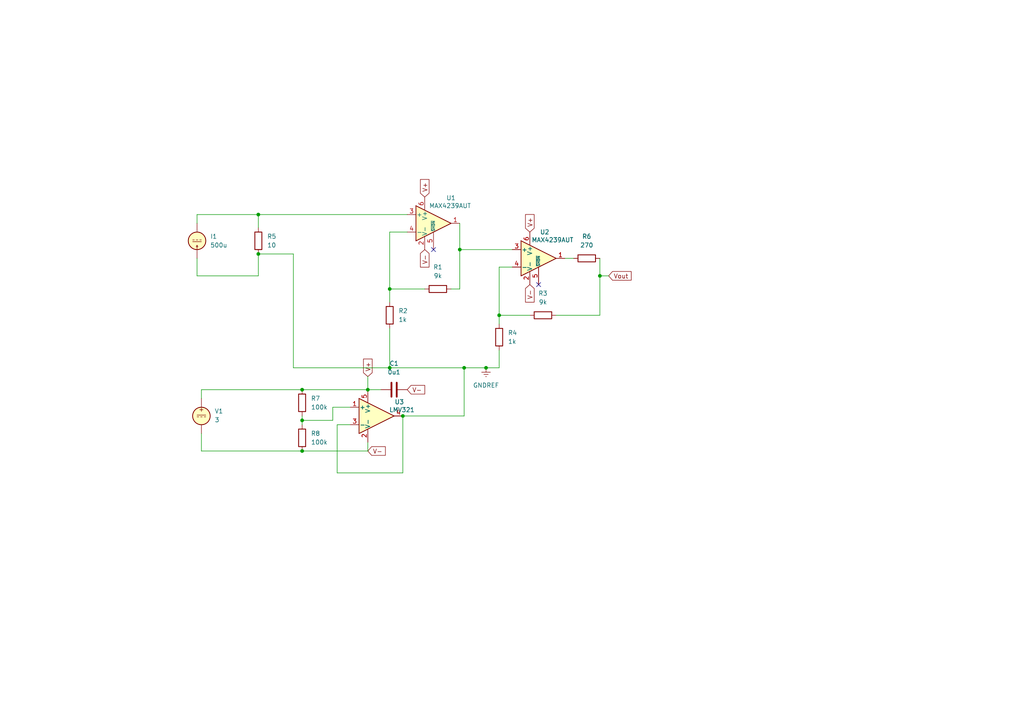
<source format=kicad_sch>
(kicad_sch (version 20231120) (generator "eeschema") (generator_version "8.0")
  (paper "A4")
  (lib_symbols
    (symbol "Amplifier_Operational:LMV321" (pin_names (offset 0.127))
      (property "Reference" "U" (at 0 5.08 0))
      (property "Value" "LMV321" (at 0 -5.08 0))
      (symbol "LMV321_0_1"
        (polyline (pts (xy -5.08 5.08) (xy 5.08 0) (xy -5.08 -5.08) (xy -5.08 5.08)) (stroke (width 0.254)) (fill (type background)))
        (pin power_in line (at -2.54 -7.62 90) (length 3.81) (name "V-") (number "2"))
        (pin power_in line (at -2.54 7.62 270) (length 3.81) (name "V+") (number "5"))
      )
      (symbol "LMV321_1_1"
        (pin input line (at -7.62 2.54 0) (length 2.54) (name "+") (number "1"))
        (pin input line (at -7.62 -2.54 0) (length 2.54) (name "-") (number "3"))
        (pin output line (at 7.62 0 180) (length 2.54) (name "~") (number "4"))
      )
    )
    (symbol "Amplifier_Operational:MAX4239AUT" (pin_names (offset 0.127))
      (property "Reference" "U" (at 0 6.35 0))
      (property "Value" "MAX4239AUT" (at 0 3.81 0))
      (symbol "MAX4239AUT_0_1"
        (polyline (pts (xy -5.08 5.08) (xy 5.08 0) (xy -5.08 -5.08) (xy -5.08 5.08)) (stroke (width 0.254)) (fill (type background)))
      )
      (symbol "MAX4239AUT_1_1"
        (pin output line (at 7.62 0 180) (length 2.54) (name "~") (number "1"))
        (pin power_in line (at -2.54 -7.62 90) (length 3.81) (name "V-") (number "2"))
        (pin input line (at -7.62 2.54 0) (length 2.54) (name "+") (number "3"))
        (pin input line (at -7.62 -2.54 0) (length 2.54) (name "-") (number "4"))
        (pin input line (at 0 -7.62 90) (length 5.08) (name "~{SHDN}") (number "5"))
        (pin power_in line (at -2.54 7.62 270) (length 3.81) (name "V+") (number "6"))
      )
    )
    (symbol "Device:C" (pin_numbers hide) (pin_names (offset 0.254))
      (property "Reference" "C" (at 0.635 2.54 0))
      (property "Value" "C" (at 0.635 -2.54 0))
      (symbol "C_0_1"
        (polyline (pts (xy -2.032 -0.762) (xy 2.032 -0.762)) (stroke (width 0.508)))
        (polyline (pts (xy -2.032 0.762) (xy 2.032 0.762)) (stroke (width 0.508)))
      )
      (symbol "C_1_1"
        (pin passive line (at 0 3.81 270) (length 2.794) (name "~") (number "1"))
        (pin passive line (at 0 -3.81 90) (length 2.794) (name "~") (number "2"))
      )
    )
    (symbol "Device:R" (pin_numbers hide) (pin_names (offset 0))
      (property "Reference" "R" (at 2.032 0 90))
      (property "Value" "R" (at 0 0 90))
      (symbol "R_0_1"
        (rectangle (start -1.016 -2.54) (end 1.016 2.54) (stroke (width 0.254)))
      )
      (symbol "R_1_1"
        (pin passive line (at 0 3.81 270) (length 1.27) (name "~") (number "1"))
        (pin passive line (at 0 -3.81 90) (length 1.27) (name "~") (number "2"))
      )
    )
    (symbol "Simulation_SPICE:IDC" (pin_numbers hide) (pin_names (offset 0.0254))
      (property "Reference" "I" (at 2.54 2.54 0))
      (property "Value" "1" (at 2.54 0 0))
      (symbol "IDC_0_0"
        (polyline (pts (xy -1.27 0.254) (xy 1.27 0.254)))
        (polyline (pts (xy -0.762 -0.254) (xy -1.27 -0.254)))
        (polyline (pts (xy 0.254 -0.254) (xy -0.254 -0.254)))
        (polyline (pts (xy 1.27 -0.254) (xy 0.762 -0.254)))
      )
      (symbol "IDC_0_1"
        (polyline (pts (xy 0 1.27) (xy 0 2.286)))
        (polyline (pts (xy -0.254 1.778) (xy 0 1.27) (xy 0.254 1.778)))
        (circle (center 0 0) (radius 2.54) (stroke (width 0.254)) (fill (type background)))
      )
      (symbol "IDC_1_1"
        (pin passive line (at 0 5.08 270) (length 2.54) (name "~") (number "1"))
        (pin passive line (at 0 -5.08 90) (length 2.54) (name "~") (number "2"))
      )
    )
    (symbol "Simulation_SPICE:VDC" (pin_numbers hide) (pin_names (offset 0.0254))
      (property "Reference" "V" (at 2.54 2.54 0))
      (property "Value" "1" (at 2.54 0 0))
      (symbol "VDC_0_0"
        (polyline (pts (xy -1.27 0.254) (xy 1.27 0.254)))
        (polyline (pts (xy -0.762 -0.254) (xy -1.27 -0.254)))
        (polyline (pts (xy 0.254 -0.254) (xy -0.254 -0.254)))
        (polyline (pts (xy 1.27 -0.254) (xy 0.762 -0.254)))
        (text "+" (at 0 1.905 0) (effects (font (size 1.27 1.27))))
      )
      (symbol "VDC_0_1"
        (circle (center 0 0) (radius 2.54) (stroke (width 0.254)) (fill (type background)))
      )
      (symbol "VDC_1_1"
        (pin passive line (at 0 5.08 270) (length 2.54) (name "~") (number "1"))
        (pin passive line (at 0 -5.08 90) (length 2.54) (name "~") (number "2"))
      )
    )
    (symbol "power:GNDREF" (power) (pin_numbers hide) (pin_names (offset 0) hide)
      (property "Value" "GNDREF" (at 0 -3.81 0))
      (symbol "GNDREF_0_1"
        (polyline (pts (xy -0.635 -1.905) (xy 0.635 -1.905)))
        (polyline (pts (xy -0.127 -2.54) (xy 0.127 -2.54)))
        (polyline (pts (xy 0 -1.27) (xy 0 0)))
        (polyline (pts (xy 1.27 -1.27) (xy -1.27 -1.27)))
      )
      (symbol "GNDREF_1_1"
        (pin power_in line (at 0 0 270) (length 0) (name "~") (number "1"))
      )
    )
  )
  (junction (at 134.62 106.68))
  (junction (at 87.63 130.81))
  (junction (at 113.03 106.68))
  (junction (at 87.63 121.92))
  (junction (at 87.63 113.03))
  (junction (at 133.35 72.39))
  (junction (at 116.84 120.65))
  (junction (at 140.97 106.68))
  (junction (at 74.93 62.23))
  (junction (at 106.68 113.03))
  (junction (at 74.93 73.66))
  (junction (at 173.99 80.01))
  (junction (at 144.78 91.44))
  (junction (at 113.03 83.82))
  (no_connect (at 125.73 72.39))
  (no_connect (at 156.21 82.55))
  (wire (pts (xy 134.62 106.68) (xy 113.03 106.68)))
  (wire (pts (xy 106.68 109.22) (xy 106.68 113.03)))
  (wire (pts (xy 58.42 130.81) (xy 87.63 130.81)))
  (wire (pts (xy 74.93 62.23) (xy 74.93 66.04)))
  (wire (pts (xy 113.03 83.82) (xy 123.19 83.82)))
  (wire (pts (xy 133.35 72.39) (xy 133.35 83.82)))
  (wire (pts (xy 106.68 113.03) (xy 110.49 113.03)))
  (wire (pts (xy 85.09 106.68) (xy 85.09 73.66)))
  (wire (pts (xy 85.09 73.66) (xy 74.93 73.66)))
  (wire (pts (xy 144.78 101.6) (xy 144.78 106.68)))
  (wire (pts (xy 148.59 77.47) (xy 144.78 77.47)))
  (wire (pts (xy 87.63 120.65) (xy 87.63 121.92)))
  (wire (pts (xy 74.93 80.01) (xy 57.15 80.01)))
  (wire (pts (xy 113.03 67.31) (xy 113.03 83.82)))
  (wire (pts (xy 97.79 137.16) (xy 116.84 137.16)))
  (wire (pts (xy 57.15 62.23) (xy 57.15 64.77)))
  (wire (pts (xy 113.03 106.68) (xy 85.09 106.68)))
  (wire (pts (xy 74.93 73.66) (xy 74.93 80.01)))
  (wire (pts (xy 113.03 87.63) (xy 113.03 83.82)))
  (wire (pts (xy 106.68 128.27) (xy 106.68 130.81)))
  (wire (pts (xy 96.52 118.11) (xy 96.52 121.92)))
  (wire (pts (xy 130.81 83.82) (xy 133.35 83.82)))
  (wire (pts (xy 140.97 106.68) (xy 134.62 106.68)))
  (wire (pts (xy 118.11 67.31) (xy 113.03 67.31)))
  (wire (pts (xy 87.63 113.03) (xy 58.42 113.03)))
  (wire (pts (xy 118.11 62.23) (xy 74.93 62.23)))
  (wire (pts (xy 133.35 72.39) (xy 148.59 72.39)))
  (wire (pts (xy 87.63 113.03) (xy 106.68 113.03)))
  (wire (pts (xy 87.63 121.92) (xy 87.63 123.19)))
  (wire (pts (xy 74.93 62.23) (xy 57.15 62.23)))
  (wire (pts (xy 96.52 121.92) (xy 87.63 121.92)))
  (wire (pts (xy 101.6 118.11) (xy 96.52 118.11)))
  (wire (pts (xy 173.99 80.01) (xy 173.99 91.44)))
  (wire (pts (xy 106.68 130.81) (xy 87.63 130.81)))
  (wire (pts (xy 97.79 123.19) (xy 97.79 137.16)))
  (wire (pts (xy 163.83 74.93) (xy 166.37 74.93)))
  (wire (pts (xy 144.78 106.68) (xy 140.97 106.68)))
  (wire (pts (xy 144.78 77.47) (xy 144.78 91.44)))
  (wire (pts (xy 57.15 80.01) (xy 57.15 74.93)))
  (wire (pts (xy 161.29 91.44) (xy 173.99 91.44)))
  (wire (pts (xy 176.53 80.01) (xy 173.99 80.01)))
  (wire (pts (xy 153.67 91.44) (xy 144.78 91.44)))
  (wire (pts (xy 116.84 120.65) (xy 134.62 120.65)))
  (wire (pts (xy 173.99 74.93) (xy 173.99 80.01)))
  (wire (pts (xy 58.42 125.73) (xy 58.42 130.81)))
  (wire (pts (xy 134.62 120.65) (xy 134.62 106.68)))
  (wire (pts (xy 144.78 91.44) (xy 144.78 93.98)))
  (wire (pts (xy 133.35 64.77) (xy 133.35 72.39)))
  (wire (pts (xy 101.6 123.19) (xy 97.79 123.19)))
  (wire (pts (xy 116.84 137.16) (xy 116.84 120.65)))
  (wire (pts (xy 58.42 113.03) (xy 58.42 115.57)))
  (wire (pts (xy 113.03 95.25) (xy 113.03 106.68)))
  (global_label "V-" (shape input) (at 123.19 72.39 270) (property "Intersheetrefs" "${INTERSHEET_REFS}" (effects (hide yes))))
  (global_label "Vout" (shape input) (at 176.53 80.01 0) (property "Intersheetrefs" "${INTERSHEET_REFS}" (effects (hide yes))))
  (global_label "V+" (shape input) (at 106.68 109.22 90) (property "Intersheetrefs" "${INTERSHEET_REFS}" (effects (hide yes))))
  (global_label "V-" (shape input) (at 153.67 82.55 270) (property "Intersheetrefs" "${INTERSHEET_REFS}" (effects (hide yes))))
  (global_label "V+" (shape input) (at 153.67 67.31 90) (property "Intersheetrefs" "${INTERSHEET_REFS}" (effects (hide yes))))
  (global_label "V-" (shape input) (at 106.68 130.81 0) (property "Intersheetrefs" "${INTERSHEET_REFS}" (effects (hide yes))))
  (global_label "V+" (shape input) (at 123.19 57.15 90) (property "Intersheetrefs" "${INTERSHEET_REFS}" (effects (hide yes))))
  (global_label "V-" (shape input) (at 118.11 113.03 0) (property "Intersheetrefs" "${INTERSHEET_REFS}" (effects (hide yes))))
  (symbol (lib_id "Simulation_SPICE:VDC") (at 58.42 120.65 0) (unit 1)
    (property "Reference" "V1" (at 62.23 119.2501 0) (effects (justify left)))
    (property "Value" "3" (at 62.23 121.7901 0) (effects (justify left)))
    (property "Datasheet" "https://ngspice.sourceforge.io/docs/ngspice-html-manual/manual.xhtml#sec_Independent_Sources_for" (effects (hide yes)))
    (property "Description" "Voltage source, DC" (effects (hide yes)))
    (property "Sim.Pins" "1=+ 2=-" (effects (hide yes)))
    (property "Sim.Type" "DC" (effects (hide yes)))
    (property "Sim.Device" "V" (effects (hide yes)))
  )
  (symbol (lib_id "Amplifier_Operational:LMV321") (at 109.22 120.65 0) (unit 1)
    (property "Reference" "U3" (at 115.824 116.586 0))
    (property "Value" "LMV321" (at 116.586 118.872 0))
    (property "Datasheet" "http://www.ti.com/lit/ds/symlink/lmv324.pdf" (effects (hide yes)))
    (property "Description" "Low-Voltage Rail-to-Rail Output Operational Amplifiers, SOT-23-5/SC-70-5" (effects (hide yes)))
    (property "Sim.Library" "C:\\Users\\Dortiso\\Downloads\\Uis\\Materias\\Diseño\\Proyecto\\LM311.sub" (effects (hide yes)))
    (property "Sim.Name" "LM311" (effects (hide yes)))
    (property "Sim.Device" "SUBCKT" (effects (hide yes)))
    (property "Sim.Pins" "1=1 2=2 3=3 4=4 5=5" (effects (hide yes)))
  )
  (symbol (lib_id "Device:R") (at 127 83.82 90) (unit 1)
    (property "Reference" "R1" (at 127 77.47 90))
    (property "Value" "9k" (at 127 80.01 90))
    (property "Description" "Resistor" (effects (hide yes)))
  )
  (symbol (lib_id "Device:R") (at 87.63 116.84 180) (unit 1)
    (property "Reference" "R7" (at 90.17 115.5699 0) (effects (justify right)))
    (property "Value" "100k" (at 90.17 118.1099 0) (effects (justify right)))
    (property "Description" "Resistor" (effects (hide yes)))
  )
  (symbol (lib_id "Amplifier_Operational:MAX4239AUT") (at 156.21 74.93 0) (unit 1)
    (property "Reference" "U2" (at 157.988 67.31 0))
    (property "Value" "MAX4239AUT" (at 160.274 69.596 0))
    (property "Footprint" "Package_TO_SOT_SMD:SOT-23-6" (effects (hide yes)))
    (property "Datasheet" "http://datasheets.maximintegrated.com/en/ds/MAX4238-MAX4239.pdf" (effects (hide yes)))
    (property "Description" "Ultra-Low Offset/Drift, Low-Noise, Precision Amplifiers, SOT-23-6" (effects (hide yes)))
    (property "Sim.Device" "SUBCKT" (effects (hide yes)))
    (property "Sim.Library" "C:\\Users\\Dortiso\\Downloads\\Uis\\Materias\\Diseño\\Proyecto\\max4239.lib" (effects (hide yes)))
    (property "Sim.Name" "MAX4239" (effects (hide yes)))
    (property "Sim.Pins" "1=1 2=2 3=3 4=4 5=5 6=6" (effects (hide yes)))
  )
  (symbol (lib_id "Simulation_SPICE:IDC") (at 57.15 69.85 180) (unit 1)
    (property "Reference" "I1" (at 60.96 68.5799 0) (effects (justify right)))
    (property "Value" "500u" (at 60.96 71.1199 0) (effects (justify right)))
    (property "Datasheet" "https://ngspice.sourceforge.io/docs/ngspice-html-manual/manual.xhtml#sec_Independent_Sources_for" (effects (hide yes)))
    (property "Description" "Current source, DC" (effects (hide yes)))
    (property "Sim.Pins" "1=+ 2=-" (effects (hide yes)))
    (property "Sim.Type" "DC" (effects (hide yes)))
    (property "Sim.Device" "I" (effects (hide yes)))
  )
  (symbol (lib_id "Device:R") (at 170.18 74.93 90) (unit 1)
    (property "Reference" "R6" (at 170.18 68.58 90))
    (property "Value" "270" (at 170.18 71.12 90))
    (property "Description" "Resistor" (effects (hide yes)))
  )
  (symbol (lib_id "Device:R") (at 74.93 69.85 0) (unit 1)
    (property "Reference" "R5" (at 77.47 68.5799 0) (effects (justify left)))
    (property "Value" "10" (at 77.47 71.1199 0) (effects (justify left)))
    (property "Description" "Resistor" (effects (hide yes)))
  )
  (symbol (lib_id "Device:R") (at 144.78 97.79 0) (unit 1)
    (property "Reference" "R4" (at 147.32 96.5199 0) (effects (justify left)))
    (property "Value" "1k" (at 147.32 99.0599 0) (effects (justify left)))
    (property "Description" "Resistor" (effects (hide yes)))
  )
  (symbol (lib_id "Device:C") (at 114.3 113.03 90) (unit 1)
    (property "Reference" "C1" (at 114.3 105.41 90))
    (property "Value" "0u1" (at 114.3 107.95 90))
    (property "Description" "Unpolarized capacitor" (effects (hide yes)))
  )
  (symbol (lib_id "Device:R") (at 113.03 91.44 180) (unit 1)
    (property "Reference" "R2" (at 115.57 90.1699 0) (effects (justify right)))
    (property "Value" "1k" (at 115.57 92.7099 0) (effects (justify right)))
    (property "Description" "Resistor" (effects (hide yes)))
  )
  (symbol (lib_id "Amplifier_Operational:MAX4239AUT") (at 125.73 64.77 0) (unit 1)
    (property "Reference" "U1" (at 130.81 57.404 0))
    (property "Value" "MAX4239AUT" (at 130.556 59.69 0))
    (property "Footprint" "Package_TO_SOT_SMD:SOT-23-6" (effects (hide yes)))
    (property "Datasheet" "http://datasheets.maximintegrated.com/en/ds/MAX4238-MAX4239.pdf" (effects (hide yes)))
    (property "Description" "Ultra-Low Offset/Drift, Low-Noise, Precision Amplifiers, SOT-23-6" (effects (hide yes)))
    (property "Sim.Device" "SUBCKT" (effects (hide yes)))
    (property "Sim.Library" "C:\\Users\\Dortiso\\Downloads\\Uis\\Materias\\Diseño\\Proyecto\\max4239.lib" (effects (hide yes)))
    (property "Sim.Name" "MAX4239" (effects (hide yes)))
    (property "Sim.Pins" "1=1 2=2 3=3 4=4 5=5 6=6" (effects (hide yes)))
  )
  (symbol (lib_id "Device:R") (at 87.63 127 180) (unit 1)
    (property "Reference" "R8" (at 90.17 125.7299 0) (effects (justify right)))
    (property "Value" "100k" (at 90.17 128.2699 0) (effects (justify right)))
    (property "Description" "Resistor" (effects (hide yes)))
  )
  (symbol (lib_id "Device:R") (at 157.48 91.44 90) (unit 1)
    (property "Reference" "R3" (at 157.48 85.09 90))
    (property "Value" "9k" (at 157.48 87.63 90))
    (property "Description" "Resistor" (effects (hide yes)))
  )
  (symbol (lib_id "power:GNDREF") (at 140.97 106.68 0) (unit 1)
    (property "Reference" "#PWR02" (effects (hide yes)))
    (property "Value" "GNDREF" (at 140.97 111.76 0))
    (property "Description" "Power symbol creates a global label with name \"GNDREF\" , reference supply ground" (effects (hide yes)))
  )
)
</source>
